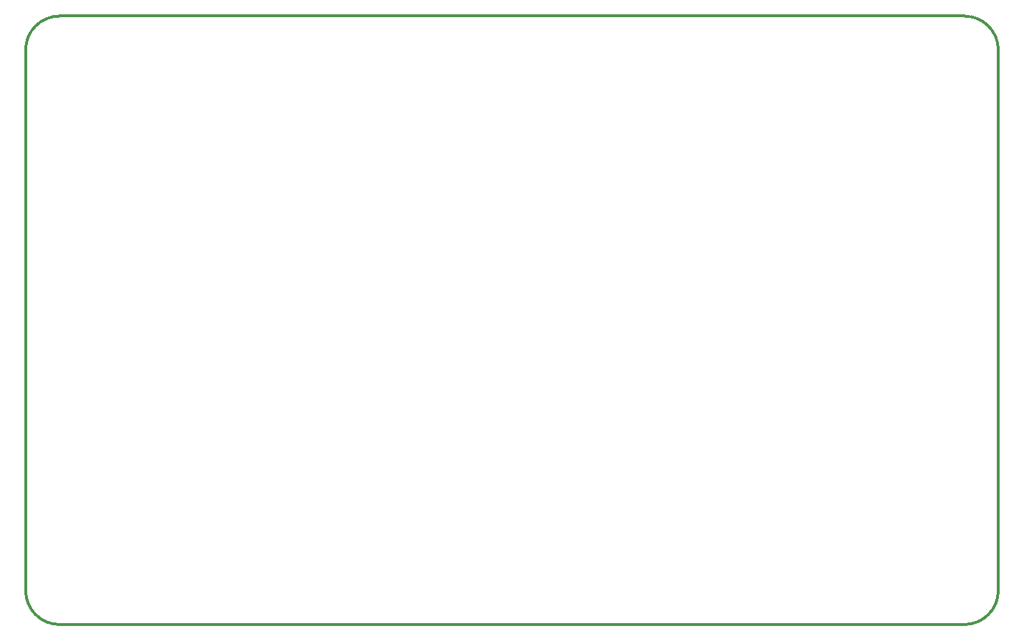
<source format=gm1>
G04*
G04 #@! TF.GenerationSoftware,Altium Limited,Altium Designer,21.3.2 (30)*
G04*
G04 Layer_Color=16711935*
%FSLAX25Y25*%
%MOIN*%
G70*
G04*
G04 #@! TF.SameCoordinates,35EDE252-B6D9-4C08-81A6-3FFBFD5BE296*
G04*
G04*
G04 #@! TF.FilePolarity,Positive*
G04*
G01*
G75*
%ADD17C,0.01181*%
D17*
X-27559Y-263779D02*
G03*
X-11811Y-279528I15748J0D01*
G01*
X409449D02*
G03*
X425197Y-263779I0J15748D01*
G01*
Y-11811D02*
G03*
X409449Y3937I-15748J0D01*
G01*
X-11811D02*
G03*
X-27559Y-11811I0J-15748D01*
G01*
X-11811Y3937D02*
X409449Y3937D01*
X-27559Y-11811D02*
X-27559Y-263779D01*
X-11811Y-279528D02*
X115354Y-279528D01*
X425197Y-11811D02*
X425197Y-263779D01*
X115354Y-279528D02*
X409449D01*
M02*

</source>
